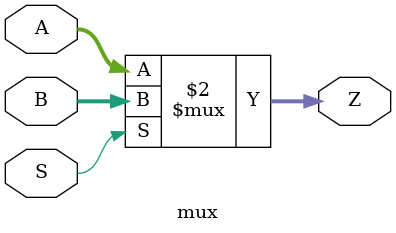
<source format=v>
module mux
(
input [7:0] A,
input [7:0] B, //declare data inputs
input S, //declare select input
output  [7:0] Z //declare output
);
assign Z = S==0 ? A : B; //select input
endmodule

</source>
